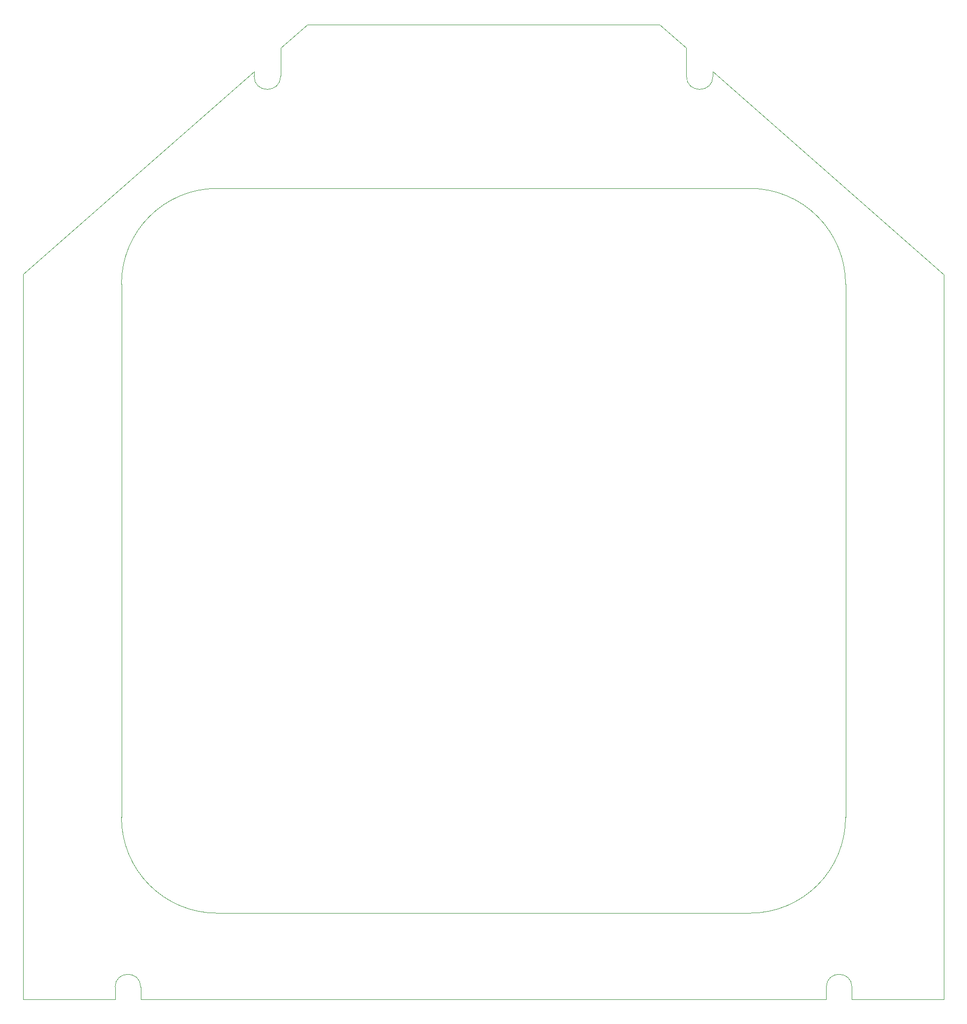
<source format=gbr>
G04 #@! TF.GenerationSoftware,KiCad,Pcbnew,(5.1.9)-1*
G04 #@! TF.CreationDate,2021-08-15T10:09:09-06:00*
G04 #@! TF.ProjectId,Buttons_DDI,42757474-6f6e-4735-9f44-44492e6b6963,rev?*
G04 #@! TF.SameCoordinates,Original*
G04 #@! TF.FileFunction,Profile,NP*
%FSLAX46Y46*%
G04 Gerber Fmt 4.6, Leading zero omitted, Abs format (unit mm)*
G04 Created by KiCad (PCBNEW (5.1.9)-1) date 2021-08-15 10:09:09*
%MOMM*%
%LPD*%
G01*
G04 APERTURE LIST*
G04 #@! TA.AperFunction,Profile*
%ADD10C,0.100000*%
G04 #@! TD*
G04 APERTURE END LIST*
D10*
X168264749Y226248549D02*
X128614860Y191461478D01*
X172836749Y230312549D02*
X177459060Y234328926D01*
X172836749Y225486549D02*
X172836749Y230312549D01*
X168264749Y225486549D02*
X168264749Y226248549D01*
X172836749Y225486549D02*
G75*
G02*
X168264749Y225486549I-2286000J0D01*
G01*
X247153383Y226248549D02*
X286806060Y191436078D01*
X242581383Y230312549D02*
X237961860Y234328926D01*
X242581383Y225486549D02*
X242581383Y230312549D01*
X247153383Y225486549D02*
X247153383Y226248549D01*
X247153383Y225486549D02*
G75*
G02*
X242581383Y225486549I-2286000J0D01*
G01*
X148790316Y66938424D02*
X266627816Y66942923D01*
X286806060Y66942923D02*
X271027816Y66942923D01*
X271027816Y69038424D02*
X271027816Y66942923D01*
X266627816Y69038424D02*
X266627816Y66942923D01*
X266627816Y69038424D02*
G75*
G02*
X271027816Y69038424I2200000J0D01*
G01*
X148790316Y69038424D02*
X148790316Y66938424D01*
X128614860Y66950678D02*
X144390316Y66950678D01*
X144390316Y69038424D02*
X144390316Y66950678D01*
X144390316Y69038424D02*
G75*
G02*
X148790316Y69038424I2200000J0D01*
G01*
X269939067Y98179565D02*
G75*
G02*
X253497926Y81738423I-16441141J-1D01*
G01*
X161920208Y81738424D02*
G75*
G02*
X145479066Y98179564I-2J16441140D01*
G01*
X145479065Y189757285D02*
G75*
G02*
X161920206Y206198424I16441141J-2D01*
G01*
X253497924Y206198423D02*
G75*
G02*
X269939066Y189757283I2J-16441140D01*
G01*
X145479066Y98179564D02*
X145479067Y189757285D01*
X253497926Y81738423D02*
X161920208Y81738423D01*
X269939066Y189757283D02*
X269939064Y98179565D01*
X161920206Y206198424D02*
X253497924Y206198424D01*
X128614860Y66950678D02*
X128614860Y191461478D01*
X286806060Y66942923D02*
X286806060Y191436078D01*
X177459060Y234328926D02*
X237961860Y234328926D01*
M02*

</source>
